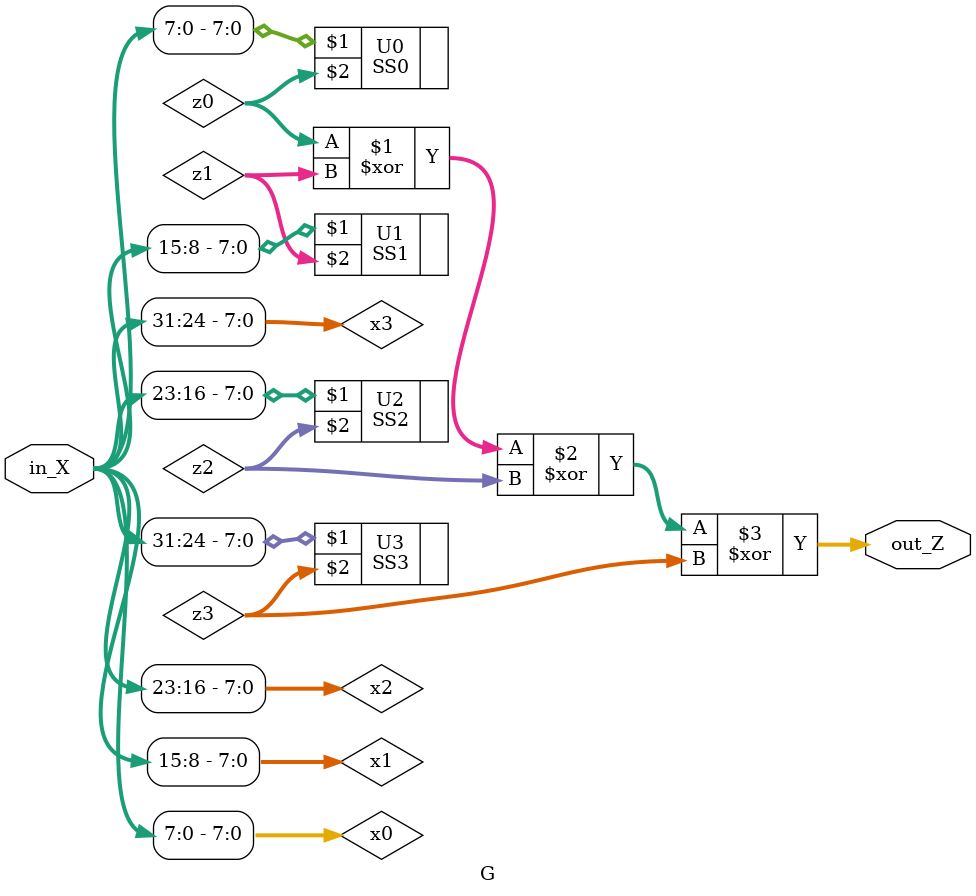
<source format=v>
/*
 This module has two layers: a layer of four 8x32 SS-boxes
 and a layar of one xor and concatenation.
*/
module G 
(
     input   [31:0] in_X,
     output  [31:0] out_Z
);
//Input signals
wire [7:0] x0;
wire [7:0] x1;
wire [7:0] x2;
wire [7:0] x3;

//Output signals
wire [31:0] z0;
wire [31:0] z1;
wire [31:0] z2;
wire [31:0] z3;

assign x0 = in_X[7:0] ;
assign x1 = in_X[15:8] ;
assign x2 = in_X[23:16] ;
assign x3 = in_X[31:24] ;

// Design Hierarchy

  SS0 U0( x0, z0 );
  SS1 U1( x1, z1 );
  SS2 U2( x2, z2 );
  SS3 U3( x3, z3 );


assign out_Z = z0 ^ z1 ^ z2 ^ z3; 

endmodule

</source>
